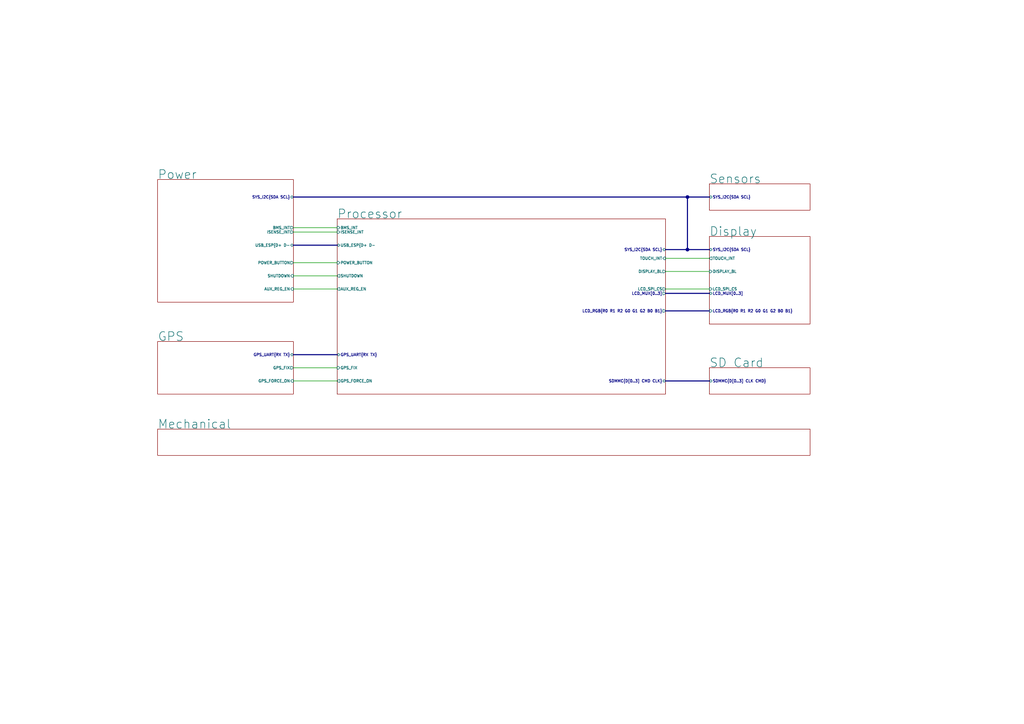
<source format=kicad_sch>
(kicad_sch (version 20211123) (generator eeschema)
  (paper "A4")
  (title_block (rev "A") (company "Frisius"))
  (lib_symbols)
  (junction (at 199.39 57.15))
  (junction (at 199.39 72.39))
  (bus (pts (xy 193.04 110.49) (xy 205.74 110.49)))
  (wire (pts (xy 97.79 76.2) (xy 85.09 76.2)))
  (bus (pts (xy 85.09 102.87) (xy 97.79 102.87)))
  (wire (pts (xy 85.09 106.68) (xy 97.79 106.68)))
  (wire (pts (xy 193.04 74.93) (xy 205.74 74.93)))
  (wire (pts (xy 85.09 83.82) (xy 97.79 83.82)))
  (bus (pts (xy 205.74 57.15) (xy 199.39 57.15)))
  (bus (pts (xy 199.39 72.39) (xy 205.74 72.39)))
  (wire (pts (xy 85.09 67.31) (xy 97.79 67.31)))
  (bus (pts (xy 193.04 90.17) (xy 205.74 90.17)))
  (wire (pts (xy 97.79 110.49) (xy 85.09 110.49)))
  (bus (pts (xy 199.39 57.15) (xy 85.09 57.15)))
  (bus (pts (xy 85.09 71.12) (xy 97.79 71.12)))
  (bus (pts (xy 193.04 85.09) (xy 205.74 85.09)))
  (wire (pts (xy 85.09 80.01) (xy 97.79 80.01)))
  (bus (pts (xy 193.04 72.39) (xy 199.39 72.39)))
  (wire (pts (xy 193.04 83.82) (xy 205.74 83.82)))
  (wire (pts (xy 85.09 66.04) (xy 97.79 66.04)))
  (bus (pts (xy 199.39 72.39) (xy 199.39 57.15)))
  (wire (pts (xy 205.74 78.74) (xy 193.04 78.74)))
  (sheet (at 205.74 106.68) (size 29.21 7.62) (stroke (width 0.1524)) (fill (color 255 255 255 1.0000))
    (property "Sheet name" "SD Card" (at 205.74 106.68 0) (effects (font (size 2.54 2.54)) (justify left bottom)))
    (property "Sheet file" "sdcard.kicad_sch" (effects hide))
    (pin "SDMMC{D[0..3] CLK CMD}" bidirectional (at 205.74 110.49 180) (effects (font (size 0.8 0.8))))
  )
  (sheet (at 205.74 68.58) (size 29.21 25.4) (stroke (width 0.1524)) (fill (color 255 255 255 1.0000))
    (property "Sheet name" "Display" (at 205.74 68.58 0) (effects (font (size 2.54 2.54)) (justify left bottom)))
    (property "Sheet file" "display.kicad_sch" (effects hide))
    (pin "SYS_I2C{SDA SCL}" bidirectional (at 205.74 72.39 180) (effects (font (size 0.8 0.8))))
    (pin "TOUCH_INT" output (at 205.74 74.93 180) (effects (font (size 0.8 0.8))))
    (pin "DISPLAY_BL" input (at 205.74 78.74 180) (effects (font (size 0.8 0.8))))
    (pin "LCD_RGB{R0 R1 R2 G0 G1 G2 B0 B1}" input (at 205.74 90.17 180) (effects (font (size 0.8 0.8))))
    (pin "LCD_SPI_CS" input (at 205.74 83.82 180) (effects (font (size 0.8 0.8))))
    (pin "LCD_MUX[0..3]" bidirectional (at 205.74 85.09 180) (effects (font (size 0.8 0.8))))
  )
  (sheet (at 45.72 124.46) (size 189.23 7.62) (stroke (width 0.1524)) (fill (color 255 255 255 1.0000))
    (property "Sheet name" "Mechanical" (at 45.72 124.46 0) (effects (font (size 2.54 2.54)) (justify left bottom)))
    (property "Sheet file" "mech.kicad_sch" (effects hide))
  )
  (sheet (at 45.72 99.06) (size 39.37 15.24) (stroke (width 0.1524)) (fill (color 255 255 255 1.0000))
    (property "Sheet name" "GPS" (at 45.72 99.06 0) (effects (font (size 2.54 2.54)) (justify left bottom)))
    (property "Sheet file" "gps.kicad_sch" (effects hide))
    (pin "GPS_UART{RX TX}" bidirectional (at 85.09 102.87 0) (effects (font (size 0.8 0.8))))
    (pin "GPS_FIX" output (at 85.09 106.68 0) (effects (font (size 0.8 0.8))))
    (pin "GPS_FORCE_ON" input (at 85.09 110.49 0) (effects (font (size 0.8 0.8))))
  )
  (sheet (at 45.72 52.07) (size 39.37 35.56) (stroke (width 0.1524)) (fill (color 255 255 255 1.0000))
    (property "Sheet name" "Power" (at 45.72 52.07 0) (effects (font (size 2.54 2.54)) (justify left bottom)))
    (property "Sheet file" "usb.kicad_sch" (effects hide))
    (pin "SYS_I2C{SDA SCL}" bidirectional (at 85.09 57.15 0) (effects (font (size 0.8 0.8))))
    (pin "BMS_INT" output (at 85.09 66.04 0) (effects (font (size 0.8 0.8))))
    (pin "USB_ESP{D+ D-" bidirectional (at 85.09 71.12 0) (effects (font (size 0.8 0.8))))
    (pin "SHUTDOWN" input (at 85.09 80.01 0) (effects (font (size 0.8 0.8))))
    (pin "POWER_BUTTON" output (at 85.09 76.2 0) (effects (font (size 0.8 0.8))))
    (pin "AUX_REG_EN" input (at 85.09 83.82 0) (effects (font (size 0.8 0.8))))
    (pin "ISENSE_INT" output (at 85.09 67.31 0) (effects (font (size 0.8 0.8))))
  )
  (sheet (at 97.79 63.5) (size 95.25 50.8) (stroke (width 0.1524)) (fill (color 255 255 255 1.0000))
    (property "Sheet name" "Processor" (at 97.79 63.5 0) (effects (font (size 2.54 2.54)) (justify left bottom)))
    (property "Sheet file" "processor.kicad_sch" (effects hide))
    (pin "SYS_I2C{SDA SCL}" bidirectional (at 193.04 72.39 0) (effects (font (size 0.8 0.8))))
    (pin "SHUTDOWN" output (at 97.79 80.01 180) (effects (font (size 0.8 0.8))))
    (pin "AUX_REG_EN" output (at 97.79 83.82 180) (effects (font (size 0.8 0.8))))
    (pin "TOUCH_INT" input (at 193.04 74.93 0) (effects (font (size 0.8 0.8))))
    (pin "GPS_UART{RX TX}" bidirectional (at 97.79 102.87 180) (effects (font (size 0.8 0.8))))
    (pin "SDMMC{D[0..3] CMD CLK}" bidirectional (at 193.04 110.49 0) (effects (font (size 0.8 0.8))))
    (pin "USB_ESP{D+ D-" bidirectional (at 97.79 71.12 180) (effects (font (size 0.8 0.8))))
    (pin "DISPLAY_BL" output (at 193.04 78.74 0) (effects (font (size 0.8 0.8))))
    (pin "BMS_INT" input (at 97.79 66.04 180) (effects (font (size 0.8 0.8))))
    (pin "POWER_BUTTON" input (at 97.79 76.2 180) (effects (font (size 0.8 0.8))))
    (pin "GPS_FIX" input (at 97.79 106.68 180) (effects (font (size 0.8 0.8))))
    (pin "GPS_FORCE_ON" output (at 97.79 110.49 180) (effects (font (size 0.8 0.8))))
    (pin "LCD_RGB{R0 R1 R2 G0 G1 G2 B0 B1}" output (at 193.04 90.17 0) (effects (font (size 0.8 0.8))))
    (pin "LCD_MUX[0..3]" output (at 193.04 85.09 0) (effects (font (size 0.8 0.8))))
    (pin "ISENSE_INT" input (at 97.79 67.31 180) (effects (font (size 0.8 0.8))))
    (pin "LCD_SPI_CS" output (at 193.04 83.82 0) (effects (font (size 0.8 0.8))))
  )
  (sheet (at 205.74 53.34) (size 29.21 7.62) (stroke (width 0.1524)) (fill (color 255 255 255 1.0000))
    (property "Sheet name" "Sensors" (at 205.74 53.34 0) (effects (font (size 2.54 2.54)) (justify left bottom)))
    (property "Sheet file" "sensors.kicad_sch" (effects hide))
    (pin "SYS_I2C{SDA SCL}" bidirectional (at 205.74 57.15 180) (effects (font (size 0.8 0.8))))
  )
)
</source>
